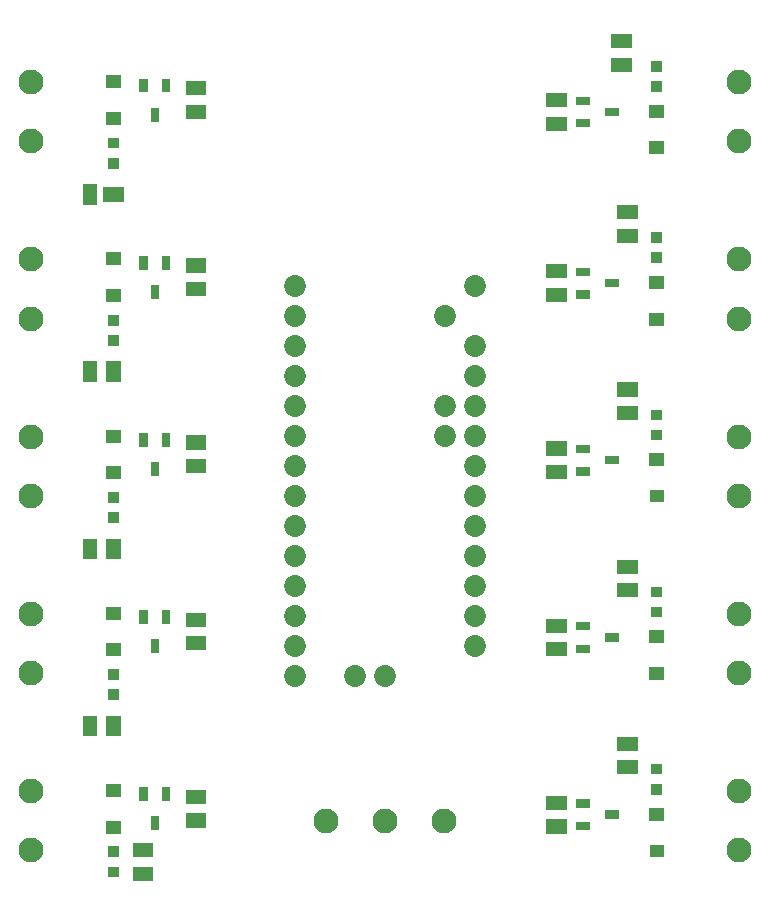
<source format=gts>
G04 Layer: TopSolderMaskLayer*
G04 EasyEDA v6.4.25, 2022-01-30T06:19:27+11:00*
G04 a67cddfb3fce44daa9051d46cbbcc19f,10*
G04 Gerber Generator version 0.2*
G04 Scale: 100 percent, Rotated: No, Reflected: No *
G04 Dimensions in millimeters *
G04 leading zeros omitted , absolute positions ,4 integer and 5 decimal *
%FSLAX45Y45*%
%MOMM*%

%ADD29C,2.1016*%
%ADD30C,1.8532*%
%ADD32R,1.3016X1.1016*%

%LPD*%
G36*
X2109977Y7164831D02*
G01*
X2109977Y7282179D01*
X2180081Y7282179D01*
X2180081Y7164831D01*
G37*
G36*
X1919986Y7164831D02*
G01*
X1919986Y7282179D01*
X1990090Y7282179D01*
X1990090Y7164831D01*
G37*
G36*
X2014981Y6917944D02*
G01*
X2014981Y7035037D01*
X2085086Y7035037D01*
X2085086Y6917944D01*
G37*
G36*
X2109977Y5664962D02*
G01*
X2109977Y5782055D01*
X2180081Y5782055D01*
X2180081Y5664962D01*
G37*
G36*
X1919986Y5664962D02*
G01*
X1919986Y5782055D01*
X1990090Y5782055D01*
X1990090Y5664962D01*
G37*
G36*
X2014981Y5417820D02*
G01*
X2014981Y5535168D01*
X2085086Y5535168D01*
X2085086Y5417820D01*
G37*
G36*
X2109977Y4164837D02*
G01*
X2109977Y4282186D01*
X2180081Y4282186D01*
X2180081Y4164837D01*
G37*
G36*
X1919986Y4164837D02*
G01*
X1919986Y4282186D01*
X1990090Y4282186D01*
X1990090Y4164837D01*
G37*
G36*
X2014981Y3917950D02*
G01*
X2014981Y4035044D01*
X2085086Y4035044D01*
X2085086Y3917950D01*
G37*
G36*
X2109977Y2664968D02*
G01*
X2109977Y2782062D01*
X2180081Y2782062D01*
X2180081Y2664968D01*
G37*
G36*
X1919986Y2664968D02*
G01*
X1919986Y2782062D01*
X1990090Y2782062D01*
X1990090Y2664968D01*
G37*
G36*
X2014981Y2417826D02*
G01*
X2014981Y2535173D01*
X2085086Y2535173D01*
X2085086Y2417826D01*
G37*
G36*
X2109977Y1164844D02*
G01*
X2109977Y1282192D01*
X2180081Y1282192D01*
X2180081Y1164844D01*
G37*
G36*
X1919986Y1164844D02*
G01*
X1919986Y1282192D01*
X1990090Y1282192D01*
X1990090Y1164844D01*
G37*
G36*
X2014981Y917955D02*
G01*
X2014981Y1035050D01*
X2085086Y1035050D01*
X2085086Y917955D01*
G37*
G36*
X5617972Y7059929D02*
G01*
X5617972Y7130034D01*
X5735065Y7130034D01*
X5735065Y7059929D01*
G37*
G36*
X5617972Y6869937D02*
G01*
X5617972Y6940042D01*
X5735065Y6940042D01*
X5735065Y6869937D01*
G37*
G36*
X5864859Y6964934D02*
G01*
X5864859Y7035037D01*
X5981954Y7035037D01*
X5981954Y6964934D01*
G37*
G36*
X5617972Y5609844D02*
G01*
X5617972Y5679947D01*
X5735065Y5679947D01*
X5735065Y5609844D01*
G37*
G36*
X5617972Y5419852D02*
G01*
X5617972Y5489955D01*
X5735065Y5489955D01*
X5735065Y5419852D01*
G37*
G36*
X5864859Y5514847D02*
G01*
X5864859Y5584952D01*
X5981954Y5584952D01*
X5981954Y5514847D01*
G37*
G36*
X5617972Y4109973D02*
G01*
X5617972Y4180078D01*
X5735065Y4180078D01*
X5735065Y4109973D01*
G37*
G36*
X5617972Y3919981D02*
G01*
X5617972Y3990086D01*
X5735065Y3990086D01*
X5735065Y3919981D01*
G37*
G36*
X5864859Y4014978D02*
G01*
X5864859Y4085081D01*
X5981954Y4085081D01*
X5981954Y4014978D01*
G37*
G36*
X5617972Y2609850D02*
G01*
X5617972Y2679954D01*
X5735065Y2679954D01*
X5735065Y2609850D01*
G37*
G36*
X5617972Y2419857D02*
G01*
X5617972Y2489962D01*
X5735065Y2489962D01*
X5735065Y2419857D01*
G37*
G36*
X5864859Y2514854D02*
G01*
X5864859Y2584957D01*
X5981954Y2584957D01*
X5981954Y2514854D01*
G37*
G36*
X5617972Y1109979D02*
G01*
X5617972Y1180084D01*
X5735065Y1180084D01*
X5735065Y1109979D01*
G37*
G36*
X5617972Y919987D02*
G01*
X5617972Y990092D01*
X5735065Y990092D01*
X5735065Y919987D01*
G37*
G36*
X5864859Y1014984D02*
G01*
X5864859Y1085087D01*
X5981954Y1085087D01*
X5981954Y1014984D01*
G37*
D29*
G01*
X999997Y7250455D03*
G01*
X999997Y6749567D03*
D30*
G01*
X3237991Y5523992D03*
G01*
X3237991Y5269992D03*
G01*
X3237991Y5015992D03*
G01*
X3237991Y4761992D03*
G01*
X3745991Y2221992D03*
G01*
X3999991Y2221992D03*
G01*
X4761991Y5015992D03*
G01*
X4761991Y5523992D03*
G01*
X4507991Y5269992D03*
G01*
X4507991Y4253992D03*
G01*
X4761991Y3745992D03*
G01*
X4761991Y3491992D03*
G01*
X3237991Y4507992D03*
G01*
X3237991Y4253992D03*
G01*
X3237991Y3999992D03*
G01*
X3237991Y3745992D03*
G01*
X3237991Y3491992D03*
G01*
X3237991Y3237992D03*
G01*
X3237991Y2983992D03*
G01*
X3237991Y2729992D03*
G01*
X3237991Y2475992D03*
G01*
X3237991Y2221992D03*
G01*
X4761991Y2475992D03*
G01*
X4761991Y2729992D03*
G01*
X4761991Y2983992D03*
G01*
X4761991Y3237992D03*
G01*
X4761991Y3999992D03*
G01*
X4761991Y4253992D03*
G01*
X4761991Y4507992D03*
G01*
X4507991Y4507992D03*
G01*
X4761991Y4761992D03*
G36*
X1654810Y6519926D02*
G01*
X1654810Y6610095D01*
X1744979Y6610095D01*
X1744979Y6519926D01*
G37*
G36*
X1654810Y6690105D02*
G01*
X1654810Y6780276D01*
X1744979Y6780276D01*
X1744979Y6690105D01*
G37*
G36*
X1634997Y6890004D02*
G01*
X1634997Y6999986D01*
X1765045Y6999986D01*
X1765045Y6890004D01*
G37*
G36*
X1634997Y7199884D02*
G01*
X1634997Y7310120D01*
X1765045Y7310120D01*
X1765045Y7199884D01*
G37*
G36*
X1634997Y5389879D02*
G01*
X1634997Y5500115D01*
X1765045Y5500115D01*
X1765045Y5389879D01*
G37*
G36*
X1634997Y5700013D02*
G01*
X1634997Y5809995D01*
X1765045Y5809995D01*
X1765045Y5700013D01*
G37*
G36*
X1634997Y3890010D02*
G01*
X1634997Y3999992D01*
X1765045Y3999992D01*
X1765045Y3890010D01*
G37*
G36*
X1634997Y4199889D02*
G01*
X1634997Y4310126D01*
X1765045Y4310126D01*
X1765045Y4199889D01*
G37*
G36*
X1634997Y2389886D02*
G01*
X1634997Y2500121D01*
X1765045Y2500121D01*
X1765045Y2389886D01*
G37*
G36*
X1634997Y2700020D02*
G01*
X1634997Y2810002D01*
X1765045Y2810002D01*
X1765045Y2700020D01*
G37*
G36*
X1634997Y890015D02*
G01*
X1634997Y999997D01*
X1765045Y999997D01*
X1765045Y890015D01*
G37*
G36*
X1634997Y1199895D02*
G01*
X1634997Y1310131D01*
X1765045Y1310131D01*
X1765045Y1199895D01*
G37*
G36*
X6234938Y6949947D02*
G01*
X6234938Y7060184D01*
X6364986Y7060184D01*
X6364986Y6949947D01*
G37*
G36*
X6234938Y6639813D02*
G01*
X6234938Y6750050D01*
X6364986Y6750050D01*
X6364986Y6639813D01*
G37*
G36*
X6234938Y5499862D02*
G01*
X6234938Y5610097D01*
X6364986Y5610097D01*
X6364986Y5499862D01*
G37*
G36*
X6234938Y5189981D02*
G01*
X6234938Y5299963D01*
X6364986Y5299963D01*
X6364986Y5189981D01*
G37*
G36*
X6234938Y3999992D02*
G01*
X6234938Y4109973D01*
X6364986Y4109973D01*
X6364986Y3999992D01*
G37*
D32*
G01*
X6300010Y3744998D03*
G36*
X6234938Y2499868D02*
G01*
X6234938Y2610104D01*
X6364986Y2610104D01*
X6364986Y2499868D01*
G37*
G36*
X6234938Y2189987D02*
G01*
X6234938Y2299970D01*
X6364986Y2299970D01*
X6364986Y2189987D01*
G37*
G36*
X6234938Y999997D02*
G01*
X6234938Y1109979D01*
X6364986Y1109979D01*
X6364986Y999997D01*
G37*
G01*
X6300002Y744999D03*
D29*
G01*
X999997Y5750432D03*
G01*
X999997Y5249545D03*
G01*
X999997Y4250436D03*
G01*
X999997Y3749547D03*
G01*
X999997Y2750438D03*
G01*
X999997Y2249551D03*
G01*
X999997Y1250442D03*
G01*
X999997Y749554D03*
G01*
X7000011Y6749542D03*
G01*
X7000011Y7250429D03*
G01*
X7000011Y5249545D03*
G01*
X7000011Y5750432D03*
G01*
X7000011Y3749547D03*
G01*
X7000011Y4250436D03*
G01*
X7000011Y2249551D03*
G01*
X7000011Y2750438D03*
G01*
X7000011Y749554D03*
G01*
X7000011Y1250442D03*
G36*
X1654810Y5019802D02*
G01*
X1654810Y5109971D01*
X1744979Y5109971D01*
X1744979Y5019802D01*
G37*
G36*
X1654810Y5189981D02*
G01*
X1654810Y5280152D01*
X1744979Y5280152D01*
X1744979Y5189981D01*
G37*
G36*
X1654810Y3519931D02*
G01*
X1654810Y3610102D01*
X1744979Y3610102D01*
X1744979Y3519931D01*
G37*
G36*
X1654810Y3690112D02*
G01*
X1654810Y3780281D01*
X1744979Y3780281D01*
X1744979Y3690112D01*
G37*
G36*
X1654810Y2019807D02*
G01*
X1654810Y2109978D01*
X1744979Y2109978D01*
X1744979Y2019807D01*
G37*
G36*
X1654810Y2189987D02*
G01*
X1654810Y2280157D01*
X1744979Y2280157D01*
X1744979Y2189987D01*
G37*
G36*
X1654810Y519937D02*
G01*
X1654810Y610107D01*
X1744979Y610107D01*
X1744979Y519937D01*
G37*
G36*
X1654810Y690118D02*
G01*
X1654810Y780287D01*
X1744979Y780287D01*
X1744979Y690118D01*
G37*
G36*
X6255004Y7340092D02*
G01*
X6255004Y7430262D01*
X6345174Y7430262D01*
X6345174Y7340092D01*
G37*
G36*
X6255004Y7169912D02*
G01*
X6255004Y7260081D01*
X6345174Y7260081D01*
X6345174Y7169912D01*
G37*
G36*
X6255004Y5890005D02*
G01*
X6255004Y5980176D01*
X6345174Y5980176D01*
X6345174Y5890005D01*
G37*
G36*
X6255004Y5719826D02*
G01*
X6255004Y5809995D01*
X6345174Y5809995D01*
X6345174Y5719826D01*
G37*
G36*
X6255004Y4389881D02*
G01*
X6255004Y4480052D01*
X6345174Y4480052D01*
X6345174Y4389881D01*
G37*
G36*
X6255004Y4219702D02*
G01*
X6255004Y4309871D01*
X6345174Y4309871D01*
X6345174Y4219702D01*
G37*
G36*
X6255004Y2890012D02*
G01*
X6255004Y2980181D01*
X6345174Y2980181D01*
X6345174Y2890012D01*
G37*
G36*
X6255004Y2719831D02*
G01*
X6255004Y2810002D01*
X6345174Y2810002D01*
X6345174Y2719831D01*
G37*
G36*
X6255004Y1389887D02*
G01*
X6255004Y1480057D01*
X6345174Y1480057D01*
X6345174Y1389887D01*
G37*
G36*
X6255004Y1219707D02*
G01*
X6255004Y1309878D01*
X6345174Y1309878D01*
X6345174Y1219707D01*
G37*
G36*
X1439926Y4712462D02*
G01*
X1439926Y4887721D01*
X1560068Y4887721D01*
X1560068Y4712462D01*
G37*
G36*
X1639823Y4712462D02*
G01*
X1639823Y4887721D01*
X1760220Y4887721D01*
X1760220Y4712462D01*
G37*
G36*
X2312415Y5639815D02*
G01*
X2312415Y5760212D01*
X2487675Y5760212D01*
X2487675Y5639815D01*
G37*
G36*
X2312415Y5439918D02*
G01*
X2312415Y5560060D01*
X2487675Y5560060D01*
X2487675Y5439918D01*
G37*
G36*
X1439926Y3212337D02*
G01*
X1439926Y3387597D01*
X1560068Y3387597D01*
X1560068Y3212337D01*
G37*
G36*
X1639823Y3212337D02*
G01*
X1639823Y3387597D01*
X1760220Y3387597D01*
X1760220Y3212337D01*
G37*
G36*
X2312415Y4139945D02*
G01*
X2312415Y4260087D01*
X2487675Y4260087D01*
X2487675Y4139945D01*
G37*
G36*
X2312415Y3939794D02*
G01*
X2312415Y4060189D01*
X2487675Y4060189D01*
X2487675Y3939794D01*
G37*
G36*
X1439926Y1712213D02*
G01*
X1439926Y1887728D01*
X1560068Y1887728D01*
X1560068Y1712213D01*
G37*
G36*
X1639823Y1712213D02*
G01*
X1639823Y1887728D01*
X1760220Y1887728D01*
X1760220Y1712213D01*
G37*
G36*
X2312415Y2639821D02*
G01*
X2312415Y2760218D01*
X2487675Y2760218D01*
X2487675Y2639821D01*
G37*
G36*
X2312415Y2439923D02*
G01*
X2312415Y2560065D01*
X2487675Y2560065D01*
X2487675Y2439923D01*
G37*
G36*
X1862328Y689863D02*
G01*
X1862328Y810260D01*
X2037588Y810260D01*
X2037588Y689863D01*
G37*
G36*
X1862328Y489965D02*
G01*
X1862328Y610107D01*
X2037588Y610107D01*
X2037588Y489965D01*
G37*
G36*
X2312415Y1139952D02*
G01*
X2312415Y1260094D01*
X2487675Y1260094D01*
X2487675Y1139952D01*
G37*
G36*
X2312415Y939800D02*
G01*
X2312415Y1060195D01*
X2487675Y1060195D01*
X2487675Y939800D01*
G37*
G36*
X5912358Y7539736D02*
G01*
X5912358Y7660131D01*
X6087618Y7660131D01*
X6087618Y7539736D01*
G37*
G36*
X5912358Y7339837D02*
G01*
X5912358Y7460234D01*
X6087618Y7460234D01*
X6087618Y7339837D01*
G37*
G36*
X5362447Y7039863D02*
G01*
X5362447Y7160260D01*
X5537708Y7160260D01*
X5537708Y7039863D01*
G37*
G36*
X5362447Y6839965D02*
G01*
X5362447Y6960108D01*
X5537708Y6960108D01*
X5537708Y6839965D01*
G37*
G36*
X5962395Y6089904D02*
G01*
X5962395Y6210045D01*
X6137656Y6210045D01*
X6137656Y6089904D01*
G37*
G36*
X5962395Y5889752D02*
G01*
X5962395Y6010147D01*
X6137656Y6010147D01*
X6137656Y5889752D01*
G37*
G36*
X5362447Y5589778D02*
G01*
X5362447Y5710173D01*
X5537708Y5710173D01*
X5537708Y5589778D01*
G37*
G36*
X5362447Y5389879D02*
G01*
X5362447Y5510276D01*
X5537708Y5510276D01*
X5537708Y5389879D01*
G37*
G36*
X5962395Y4589779D02*
G01*
X5962395Y4710176D01*
X6137656Y4710176D01*
X6137656Y4589779D01*
G37*
G36*
X5962395Y4389881D02*
G01*
X5962395Y4510278D01*
X6137656Y4510278D01*
X6137656Y4389881D01*
G37*
G36*
X5362447Y4089907D02*
G01*
X5362447Y4210050D01*
X5537708Y4210050D01*
X5537708Y4089907D01*
G37*
G36*
X5362447Y3889755D02*
G01*
X5362447Y4010152D01*
X5537708Y4010152D01*
X5537708Y3889755D01*
G37*
G36*
X5962395Y3089910D02*
G01*
X5962395Y3210052D01*
X6137656Y3210052D01*
X6137656Y3089910D01*
G37*
G36*
X5962395Y2889757D02*
G01*
X5962395Y3010154D01*
X6137656Y3010154D01*
X6137656Y2889757D01*
G37*
G36*
X5362447Y2589784D02*
G01*
X5362447Y2710179D01*
X5537708Y2710179D01*
X5537708Y2589784D01*
G37*
G36*
X5362447Y2389886D02*
G01*
X5362447Y2510281D01*
X5537708Y2510281D01*
X5537708Y2389886D01*
G37*
G36*
X5962395Y1589786D02*
G01*
X5962395Y1710181D01*
X6137656Y1710181D01*
X6137656Y1589786D01*
G37*
G36*
X5962395Y1389887D02*
G01*
X5962395Y1510284D01*
X6137656Y1510284D01*
X6137656Y1389887D01*
G37*
G36*
X5362447Y1089913D02*
G01*
X5362447Y1210055D01*
X5537708Y1210055D01*
X5537708Y1089913D01*
G37*
G36*
X5362447Y889762D02*
G01*
X5362447Y1010157D01*
X5537708Y1010157D01*
X5537708Y889762D01*
G37*
G01*
X3499993Y999997D03*
G01*
X4000118Y999997D03*
G01*
X4499990Y999997D03*
G36*
X1439926Y6212331D02*
G01*
X1439926Y6387592D01*
X1560068Y6387592D01*
X1560068Y6212331D01*
G37*
G36*
X1612392Y6239763D02*
G01*
X1612392Y6360160D01*
X1787652Y6360160D01*
X1787652Y6239763D01*
G37*
G36*
X2312415Y7139939D02*
G01*
X2312415Y7260081D01*
X2487675Y7260081D01*
X2487675Y7139939D01*
G37*
G36*
X2312415Y6939787D02*
G01*
X2312415Y7060184D01*
X2487675Y7060184D01*
X2487675Y6939787D01*
G37*
M02*

</source>
